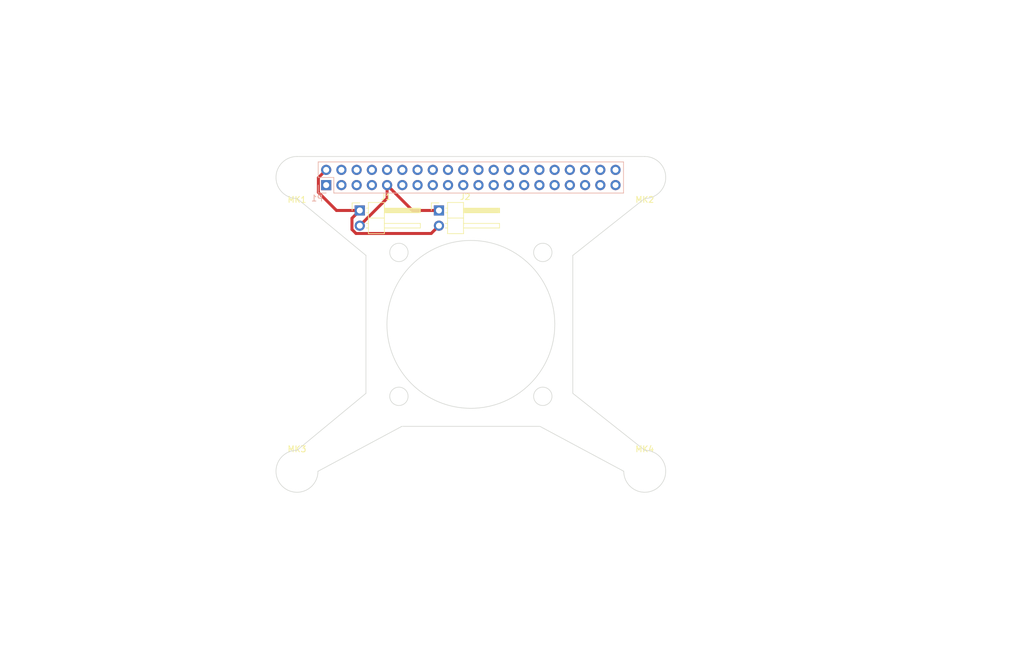
<source format=kicad_pcb>
(kicad_pcb (version 20171130) (host pcbnew "(5.1.7-7-g831c51c875)-1")

  (general
    (thickness 1.6)
    (drawings 37)
    (tracks 13)
    (zones 0)
    (modules 7)
    (nets 4)
  )

  (page A3)
  (title_block
    (date "15 nov 2012")
  )

  (layers
    (0 F.Cu signal)
    (31 B.Cu signal)
    (32 B.Adhes user)
    (33 F.Adhes user)
    (34 B.Paste user)
    (35 F.Paste user)
    (36 B.SilkS user)
    (37 F.SilkS user)
    (38 B.Mask user)
    (39 F.Mask user)
    (40 Dwgs.User user)
    (41 Cmts.User user)
    (42 Eco1.User user)
    (43 Eco2.User user)
    (44 Edge.Cuts user)
    (45 Margin user)
    (46 B.CrtYd user)
    (47 F.CrtYd user)
  )

  (setup
    (last_trace_width 0.5)
    (user_trace_width 0.4)
    (user_trace_width 0.5)
    (trace_clearance 0.2)
    (zone_clearance 0.508)
    (zone_45_only no)
    (trace_min 0.1524)
    (via_size 0.9)
    (via_drill 0.6)
    (via_min_size 0.8)
    (via_min_drill 0.5)
    (uvia_size 0.5)
    (uvia_drill 0.1)
    (uvias_allowed no)
    (uvia_min_size 0.5)
    (uvia_min_drill 0.1)
    (edge_width 0.1)
    (segment_width 0.1)
    (pcb_text_width 0.15)
    (pcb_text_size 1 1)
    (mod_edge_width 0.15)
    (mod_text_size 1 1)
    (mod_text_width 0.15)
    (pad_size 2.7 2.7)
    (pad_drill 2.7)
    (pad_to_mask_clearance 0)
    (aux_axis_origin 200 150)
    (grid_origin 200 150)
    (visible_elements 7FFFFFFF)
    (pcbplotparams
      (layerselection 0x00030_80000001)
      (usegerberextensions true)
      (usegerberattributes false)
      (usegerberadvancedattributes false)
      (creategerberjobfile false)
      (excludeedgelayer true)
      (linewidth 0.150000)
      (plotframeref false)
      (viasonmask false)
      (mode 1)
      (useauxorigin false)
      (hpglpennumber 1)
      (hpglpenspeed 20)
      (hpglpendiameter 15.000000)
      (psnegative false)
      (psa4output false)
      (plotreference true)
      (plotvalue true)
      (plotinvisibletext false)
      (padsonsilk false)
      (subtractmaskfromsilk false)
      (outputformat 1)
      (mirror false)
      (drillshape 1)
      (scaleselection 1)
      (outputdirectory ""))
  )

  (net 0 "")
  (net 1 +3V3)
  (net 2 +5V)
  (net 3 GND)

  (net_class Default "This is the default net class."
    (clearance 0.2)
    (trace_width 0.2)
    (via_dia 0.9)
    (via_drill 0.6)
    (uvia_dia 0.5)
    (uvia_drill 0.1)
    (add_net +3V3)
    (add_net +5V)
    (add_net "/GPIO10(SPI0_MOSI)")
    (add_net "/GPIO11(SPI0_SCK)")
    (add_net "/GPIO12(PWM0)")
    (add_net "/GPIO13(PWM1)")
    (add_net "/GPIO14(TXD0)")
    (add_net "/GPIO15(RXD0)")
    (add_net /GPIO16)
    (add_net "/GPIO17(GEN0)")
    (add_net "/GPIO18(GEN1)(PWM0)")
    (add_net "/GPIO19(SPI1_MISO)")
    (add_net "/GPIO2(SDA1)")
    (add_net "/GPIO20(SPI1_MOSI)")
    (add_net "/GPIO21(SPI1_SCK)")
    (add_net "/GPIO22(GEN3)")
    (add_net "/GPIO23(GEN4)")
    (add_net "/GPIO24(GEN5)")
    (add_net "/GPIO25(GEN6)")
    (add_net /GPIO26)
    (add_net "/GPIO27(GEN2)")
    (add_net "/GPIO3(SCL1)")
    (add_net "/GPIO4(GCLK)")
    (add_net /GPIO5)
    (add_net /GPIO6)
    (add_net "/GPIO7(SPI1_CE_N)")
    (add_net "/GPIO8(SPI0_CE_N)")
    (add_net "/GPIO9(SPI0_MISO)")
    (add_net /ID_SC)
    (add_net /ID_SD)
    (add_net GND)
  )

  (net_class Power ""
    (clearance 0.2)
    (trace_width 0.5)
    (via_dia 1)
    (via_drill 0.7)
    (uvia_dia 0.5)
    (uvia_drill 0.1)
  )

  (module Connector_PinHeader_2.54mm:PinHeader_1x02_P2.54mm_Horizontal (layer F.Cu) (tedit 59FED5CB) (tstamp 6021CD96)
    (at 227.178 103)
    (descr "Through hole angled pin header, 1x02, 2.54mm pitch, 6mm pin length, single row")
    (tags "Through hole angled pin header THT 1x02 2.54mm single row")
    (path /60246E75)
    (fp_text reference J2 (at 4.385 -2.27) (layer F.SilkS)
      (effects (font (size 1 1) (thickness 0.15)))
    )
    (fp_text value Conn_01x02 (at 4.385 4.81) (layer F.Fab)
      (effects (font (size 1 1) (thickness 0.15)))
    )
    (fp_text user %R (at 2.77 1.27 90) (layer F.Fab)
      (effects (font (size 1 1) (thickness 0.15)))
    )
    (fp_line (start 2.135 -1.27) (end 4.04 -1.27) (layer F.Fab) (width 0.1))
    (fp_line (start 4.04 -1.27) (end 4.04 3.81) (layer F.Fab) (width 0.1))
    (fp_line (start 4.04 3.81) (end 1.5 3.81) (layer F.Fab) (width 0.1))
    (fp_line (start 1.5 3.81) (end 1.5 -0.635) (layer F.Fab) (width 0.1))
    (fp_line (start 1.5 -0.635) (end 2.135 -1.27) (layer F.Fab) (width 0.1))
    (fp_line (start -0.32 -0.32) (end 1.5 -0.32) (layer F.Fab) (width 0.1))
    (fp_line (start -0.32 -0.32) (end -0.32 0.32) (layer F.Fab) (width 0.1))
    (fp_line (start -0.32 0.32) (end 1.5 0.32) (layer F.Fab) (width 0.1))
    (fp_line (start 4.04 -0.32) (end 10.04 -0.32) (layer F.Fab) (width 0.1))
    (fp_line (start 10.04 -0.32) (end 10.04 0.32) (layer F.Fab) (width 0.1))
    (fp_line (start 4.04 0.32) (end 10.04 0.32) (layer F.Fab) (width 0.1))
    (fp_line (start -0.32 2.22) (end 1.5 2.22) (layer F.Fab) (width 0.1))
    (fp_line (start -0.32 2.22) (end -0.32 2.86) (layer F.Fab) (width 0.1))
    (fp_line (start -0.32 2.86) (end 1.5 2.86) (layer F.Fab) (width 0.1))
    (fp_line (start 4.04 2.22) (end 10.04 2.22) (layer F.Fab) (width 0.1))
    (fp_line (start 10.04 2.22) (end 10.04 2.86) (layer F.Fab) (width 0.1))
    (fp_line (start 4.04 2.86) (end 10.04 2.86) (layer F.Fab) (width 0.1))
    (fp_line (start 1.44 -1.33) (end 1.44 3.87) (layer F.SilkS) (width 0.12))
    (fp_line (start 1.44 3.87) (end 4.1 3.87) (layer F.SilkS) (width 0.12))
    (fp_line (start 4.1 3.87) (end 4.1 -1.33) (layer F.SilkS) (width 0.12))
    (fp_line (start 4.1 -1.33) (end 1.44 -1.33) (layer F.SilkS) (width 0.12))
    (fp_line (start 4.1 -0.38) (end 10.1 -0.38) (layer F.SilkS) (width 0.12))
    (fp_line (start 10.1 -0.38) (end 10.1 0.38) (layer F.SilkS) (width 0.12))
    (fp_line (start 10.1 0.38) (end 4.1 0.38) (layer F.SilkS) (width 0.12))
    (fp_line (start 4.1 -0.32) (end 10.1 -0.32) (layer F.SilkS) (width 0.12))
    (fp_line (start 4.1 -0.2) (end 10.1 -0.2) (layer F.SilkS) (width 0.12))
    (fp_line (start 4.1 -0.08) (end 10.1 -0.08) (layer F.SilkS) (width 0.12))
    (fp_line (start 4.1 0.04) (end 10.1 0.04) (layer F.SilkS) (width 0.12))
    (fp_line (start 4.1 0.16) (end 10.1 0.16) (layer F.SilkS) (width 0.12))
    (fp_line (start 4.1 0.28) (end 10.1 0.28) (layer F.SilkS) (width 0.12))
    (fp_line (start 1.11 -0.38) (end 1.44 -0.38) (layer F.SilkS) (width 0.12))
    (fp_line (start 1.11 0.38) (end 1.44 0.38) (layer F.SilkS) (width 0.12))
    (fp_line (start 1.44 1.27) (end 4.1 1.27) (layer F.SilkS) (width 0.12))
    (fp_line (start 4.1 2.16) (end 10.1 2.16) (layer F.SilkS) (width 0.12))
    (fp_line (start 10.1 2.16) (end 10.1 2.92) (layer F.SilkS) (width 0.12))
    (fp_line (start 10.1 2.92) (end 4.1 2.92) (layer F.SilkS) (width 0.12))
    (fp_line (start 1.042929 2.16) (end 1.44 2.16) (layer F.SilkS) (width 0.12))
    (fp_line (start 1.042929 2.92) (end 1.44 2.92) (layer F.SilkS) (width 0.12))
    (fp_line (start -1.27 0) (end -1.27 -1.27) (layer F.SilkS) (width 0.12))
    (fp_line (start -1.27 -1.27) (end 0 -1.27) (layer F.SilkS) (width 0.12))
    (fp_line (start -1.8 -1.8) (end -1.8 4.35) (layer F.CrtYd) (width 0.05))
    (fp_line (start -1.8 4.35) (end 10.55 4.35) (layer F.CrtYd) (width 0.05))
    (fp_line (start 10.55 4.35) (end 10.55 -1.8) (layer F.CrtYd) (width 0.05))
    (fp_line (start 10.55 -1.8) (end -1.8 -1.8) (layer F.CrtYd) (width 0.05))
    (pad 2 thru_hole oval (at 0 2.54) (size 1.7 1.7) (drill 1) (layers *.Cu *.Mask)
      (net 2 +5V))
    (pad 1 thru_hole rect (at 0 0) (size 1.7 1.7) (drill 1) (layers *.Cu *.Mask)
      (net 3 GND))
    (model ${KISYS3DMOD}/Connector_PinHeader_2.54mm.3dshapes/PinHeader_1x02_P2.54mm_Horizontal.wrl
      (at (xyz 0 0 0))
      (scale (xyz 1 1 1))
      (rotate (xyz 0 0 0))
    )
  )

  (module Connector_PinHeader_2.54mm:PinHeader_1x02_P2.54mm_Horizontal (layer F.Cu) (tedit 59FED5CB) (tstamp 6021C2DB)
    (at 213.97 103)
    (descr "Through hole angled pin header, 1x02, 2.54mm pitch, 6mm pin length, single row")
    (tags "Through hole angled pin header THT 1x02 2.54mm single row")
    (path /6023481C)
    (fp_text reference J1 (at 4.385 -2.27) (layer F.SilkS)
      (effects (font (size 1 1) (thickness 0.15)))
    )
    (fp_text value Conn_01x02 (at 4.385 4.81) (layer F.Fab)
      (effects (font (size 1 1) (thickness 0.15)))
    )
    (fp_text user %R (at 2.77 1.27 90) (layer F.Fab)
      (effects (font (size 1 1) (thickness 0.15)))
    )
    (fp_line (start 2.135 -1.27) (end 4.04 -1.27) (layer F.Fab) (width 0.1))
    (fp_line (start 4.04 -1.27) (end 4.04 3.81) (layer F.Fab) (width 0.1))
    (fp_line (start 4.04 3.81) (end 1.5 3.81) (layer F.Fab) (width 0.1))
    (fp_line (start 1.5 3.81) (end 1.5 -0.635) (layer F.Fab) (width 0.1))
    (fp_line (start 1.5 -0.635) (end 2.135 -1.27) (layer F.Fab) (width 0.1))
    (fp_line (start -0.32 -0.32) (end 1.5 -0.32) (layer F.Fab) (width 0.1))
    (fp_line (start -0.32 -0.32) (end -0.32 0.32) (layer F.Fab) (width 0.1))
    (fp_line (start -0.32 0.32) (end 1.5 0.32) (layer F.Fab) (width 0.1))
    (fp_line (start 4.04 -0.32) (end 10.04 -0.32) (layer F.Fab) (width 0.1))
    (fp_line (start 10.04 -0.32) (end 10.04 0.32) (layer F.Fab) (width 0.1))
    (fp_line (start 4.04 0.32) (end 10.04 0.32) (layer F.Fab) (width 0.1))
    (fp_line (start -0.32 2.22) (end 1.5 2.22) (layer F.Fab) (width 0.1))
    (fp_line (start -0.32 2.22) (end -0.32 2.86) (layer F.Fab) (width 0.1))
    (fp_line (start -0.32 2.86) (end 1.5 2.86) (layer F.Fab) (width 0.1))
    (fp_line (start 4.04 2.22) (end 10.04 2.22) (layer F.Fab) (width 0.1))
    (fp_line (start 10.04 2.22) (end 10.04 2.86) (layer F.Fab) (width 0.1))
    (fp_line (start 4.04 2.86) (end 10.04 2.86) (layer F.Fab) (width 0.1))
    (fp_line (start 1.44 -1.33) (end 1.44 3.87) (layer F.SilkS) (width 0.12))
    (fp_line (start 1.44 3.87) (end 4.1 3.87) (layer F.SilkS) (width 0.12))
    (fp_line (start 4.1 3.87) (end 4.1 -1.33) (layer F.SilkS) (width 0.12))
    (fp_line (start 4.1 -1.33) (end 1.44 -1.33) (layer F.SilkS) (width 0.12))
    (fp_line (start 4.1 -0.38) (end 10.1 -0.38) (layer F.SilkS) (width 0.12))
    (fp_line (start 10.1 -0.38) (end 10.1 0.38) (layer F.SilkS) (width 0.12))
    (fp_line (start 10.1 0.38) (end 4.1 0.38) (layer F.SilkS) (width 0.12))
    (fp_line (start 4.1 -0.32) (end 10.1 -0.32) (layer F.SilkS) (width 0.12))
    (fp_line (start 4.1 -0.2) (end 10.1 -0.2) (layer F.SilkS) (width 0.12))
    (fp_line (start 4.1 -0.08) (end 10.1 -0.08) (layer F.SilkS) (width 0.12))
    (fp_line (start 4.1 0.04) (end 10.1 0.04) (layer F.SilkS) (width 0.12))
    (fp_line (start 4.1 0.16) (end 10.1 0.16) (layer F.SilkS) (width 0.12))
    (fp_line (start 4.1 0.28) (end 10.1 0.28) (layer F.SilkS) (width 0.12))
    (fp_line (start 1.11 -0.38) (end 1.44 -0.38) (layer F.SilkS) (width 0.12))
    (fp_line (start 1.11 0.38) (end 1.44 0.38) (layer F.SilkS) (width 0.12))
    (fp_line (start 1.44 1.27) (end 4.1 1.27) (layer F.SilkS) (width 0.12))
    (fp_line (start 4.1 2.16) (end 10.1 2.16) (layer F.SilkS) (width 0.12))
    (fp_line (start 10.1 2.16) (end 10.1 2.92) (layer F.SilkS) (width 0.12))
    (fp_line (start 10.1 2.92) (end 4.1 2.92) (layer F.SilkS) (width 0.12))
    (fp_line (start 1.042929 2.16) (end 1.44 2.16) (layer F.SilkS) (width 0.12))
    (fp_line (start 1.042929 2.92) (end 1.44 2.92) (layer F.SilkS) (width 0.12))
    (fp_line (start -1.27 0) (end -1.27 -1.27) (layer F.SilkS) (width 0.12))
    (fp_line (start -1.27 -1.27) (end 0 -1.27) (layer F.SilkS) (width 0.12))
    (fp_line (start -1.8 -1.8) (end -1.8 4.35) (layer F.CrtYd) (width 0.05))
    (fp_line (start -1.8 4.35) (end 10.55 4.35) (layer F.CrtYd) (width 0.05))
    (fp_line (start 10.55 4.35) (end 10.55 -1.8) (layer F.CrtYd) (width 0.05))
    (fp_line (start 10.55 -1.8) (end -1.8 -1.8) (layer F.CrtYd) (width 0.05))
    (pad 2 thru_hole oval (at 0 2.54) (size 1.7 1.7) (drill 1) (layers *.Cu *.Mask)
      (net 3 GND))
    (pad 1 thru_hole rect (at 0 0) (size 1.7 1.7) (drill 1) (layers *.Cu *.Mask)
      (net 2 +5V))
    (model ${KISYS3DMOD}/Connector_PinHeader_2.54mm.3dshapes/PinHeader_1x02_P2.54mm_Horizontal.wrl
      (at (xyz 0 0 0))
      (scale (xyz 1 1 1))
      (rotate (xyz 0 0 0))
    )
  )

  (module Connector_PinSocket_2.54mm:PinSocket_2x20_P2.54mm_Vertical (layer B.Cu) (tedit 5A19A433) (tstamp 5A793E9F)
    (at 208.37 98.77 270)
    (descr "Through hole straight socket strip, 2x20, 2.54mm pitch, double cols (from Kicad 4.0.7), script generated")
    (tags "Through hole socket strip THT 2x20 2.54mm double row")
    (path /59AD464A)
    (fp_text reference P1 (at 2.208 1.512) (layer B.SilkS)
      (effects (font (size 1 1) (thickness 0.15)) (justify mirror))
    )
    (fp_text value Conn_02x20_Odd_Even (at -1.27 -51.03 270) (layer B.Fab)
      (effects (font (size 1 1) (thickness 0.15)) (justify mirror))
    )
    (fp_line (start -4.34 -50) (end -4.34 1.8) (layer B.CrtYd) (width 0.05))
    (fp_line (start 1.76 -50) (end -4.34 -50) (layer B.CrtYd) (width 0.05))
    (fp_line (start 1.76 1.8) (end 1.76 -50) (layer B.CrtYd) (width 0.05))
    (fp_line (start -4.34 1.8) (end 1.76 1.8) (layer B.CrtYd) (width 0.05))
    (fp_line (start 0 1.33) (end 1.33 1.33) (layer B.SilkS) (width 0.12))
    (fp_line (start 1.33 1.33) (end 1.33 0) (layer B.SilkS) (width 0.12))
    (fp_line (start -1.27 1.33) (end -1.27 -1.27) (layer B.SilkS) (width 0.12))
    (fp_line (start -1.27 -1.27) (end 1.33 -1.27) (layer B.SilkS) (width 0.12))
    (fp_line (start 1.33 -1.27) (end 1.33 -49.59) (layer B.SilkS) (width 0.12))
    (fp_line (start -3.87 -49.59) (end 1.33 -49.59) (layer B.SilkS) (width 0.12))
    (fp_line (start -3.87 1.33) (end -3.87 -49.59) (layer B.SilkS) (width 0.12))
    (fp_line (start -3.87 1.33) (end -1.27 1.33) (layer B.SilkS) (width 0.12))
    (fp_line (start -3.81 -49.53) (end -3.81 1.27) (layer B.Fab) (width 0.1))
    (fp_line (start 1.27 -49.53) (end -3.81 -49.53) (layer B.Fab) (width 0.1))
    (fp_line (start 1.27 0.27) (end 1.27 -49.53) (layer B.Fab) (width 0.1))
    (fp_line (start 0.27 1.27) (end 1.27 0.27) (layer B.Fab) (width 0.1))
    (fp_line (start -3.81 1.27) (end 0.27 1.27) (layer B.Fab) (width 0.1))
    (fp_text user %R (at -1.27 -24.13 180) (layer B.Fab)
      (effects (font (size 1 1) (thickness 0.15)) (justify mirror))
    )
    (pad 1 thru_hole rect (at 0 0 270) (size 1.7 1.7) (drill 1) (layers *.Cu *.Mask)
      (net 1 +3V3))
    (pad 2 thru_hole oval (at -2.54 0 270) (size 1.7 1.7) (drill 1) (layers *.Cu *.Mask)
      (net 2 +5V))
    (pad 3 thru_hole oval (at 0 -2.54 270) (size 1.7 1.7) (drill 1) (layers *.Cu *.Mask))
    (pad 4 thru_hole oval (at -2.54 -2.54 270) (size 1.7 1.7) (drill 1) (layers *.Cu *.Mask)
      (net 2 +5V))
    (pad 5 thru_hole oval (at 0 -5.08 270) (size 1.7 1.7) (drill 1) (layers *.Cu *.Mask))
    (pad 6 thru_hole oval (at -2.54 -5.08 270) (size 1.7 1.7) (drill 1) (layers *.Cu *.Mask)
      (net 3 GND))
    (pad 7 thru_hole oval (at 0 -7.62 270) (size 1.7 1.7) (drill 1) (layers *.Cu *.Mask))
    (pad 8 thru_hole oval (at -2.54 -7.62 270) (size 1.7 1.7) (drill 1) (layers *.Cu *.Mask))
    (pad 9 thru_hole oval (at 0 -10.16 270) (size 1.7 1.7) (drill 1) (layers *.Cu *.Mask)
      (net 3 GND))
    (pad 10 thru_hole oval (at -2.54 -10.16 270) (size 1.7 1.7) (drill 1) (layers *.Cu *.Mask))
    (pad 11 thru_hole oval (at 0 -12.7 270) (size 1.7 1.7) (drill 1) (layers *.Cu *.Mask))
    (pad 12 thru_hole oval (at -2.54 -12.7 270) (size 1.7 1.7) (drill 1) (layers *.Cu *.Mask))
    (pad 13 thru_hole oval (at 0 -15.24 270) (size 1.7 1.7) (drill 1) (layers *.Cu *.Mask))
    (pad 14 thru_hole oval (at -2.54 -15.24 270) (size 1.7 1.7) (drill 1) (layers *.Cu *.Mask)
      (net 3 GND))
    (pad 15 thru_hole oval (at 0 -17.78 270) (size 1.7 1.7) (drill 1) (layers *.Cu *.Mask))
    (pad 16 thru_hole oval (at -2.54 -17.78 270) (size 1.7 1.7) (drill 1) (layers *.Cu *.Mask))
    (pad 17 thru_hole oval (at 0 -20.32 270) (size 1.7 1.7) (drill 1) (layers *.Cu *.Mask)
      (net 1 +3V3))
    (pad 18 thru_hole oval (at -2.54 -20.32 270) (size 1.7 1.7) (drill 1) (layers *.Cu *.Mask))
    (pad 19 thru_hole oval (at 0 -22.86 270) (size 1.7 1.7) (drill 1) (layers *.Cu *.Mask))
    (pad 20 thru_hole oval (at -2.54 -22.86 270) (size 1.7 1.7) (drill 1) (layers *.Cu *.Mask)
      (net 3 GND))
    (pad 21 thru_hole oval (at 0 -25.4 270) (size 1.7 1.7) (drill 1) (layers *.Cu *.Mask))
    (pad 22 thru_hole oval (at -2.54 -25.4 270) (size 1.7 1.7) (drill 1) (layers *.Cu *.Mask))
    (pad 23 thru_hole oval (at 0 -27.94 270) (size 1.7 1.7) (drill 1) (layers *.Cu *.Mask))
    (pad 24 thru_hole oval (at -2.54 -27.94 270) (size 1.7 1.7) (drill 1) (layers *.Cu *.Mask))
    (pad 25 thru_hole oval (at 0 -30.48 270) (size 1.7 1.7) (drill 1) (layers *.Cu *.Mask)
      (net 3 GND))
    (pad 26 thru_hole oval (at -2.54 -30.48 270) (size 1.7 1.7) (drill 1) (layers *.Cu *.Mask))
    (pad 27 thru_hole oval (at 0 -33.02 270) (size 1.7 1.7) (drill 1) (layers *.Cu *.Mask))
    (pad 28 thru_hole oval (at -2.54 -33.02 270) (size 1.7 1.7) (drill 1) (layers *.Cu *.Mask))
    (pad 29 thru_hole oval (at 0 -35.56 270) (size 1.7 1.7) (drill 1) (layers *.Cu *.Mask))
    (pad 30 thru_hole oval (at -2.54 -35.56 270) (size 1.7 1.7) (drill 1) (layers *.Cu *.Mask)
      (net 3 GND))
    (pad 31 thru_hole oval (at 0 -38.1 270) (size 1.7 1.7) (drill 1) (layers *.Cu *.Mask))
    (pad 32 thru_hole oval (at -2.54 -38.1 270) (size 1.7 1.7) (drill 1) (layers *.Cu *.Mask))
    (pad 33 thru_hole oval (at 0 -40.64 270) (size 1.7 1.7) (drill 1) (layers *.Cu *.Mask))
    (pad 34 thru_hole oval (at -2.54 -40.64 270) (size 1.7 1.7) (drill 1) (layers *.Cu *.Mask)
      (net 3 GND))
    (pad 35 thru_hole oval (at 0 -43.18 270) (size 1.7 1.7) (drill 1) (layers *.Cu *.Mask))
    (pad 36 thru_hole oval (at -2.54 -43.18 270) (size 1.7 1.7) (drill 1) (layers *.Cu *.Mask))
    (pad 37 thru_hole oval (at 0 -45.72 270) (size 1.7 1.7) (drill 1) (layers *.Cu *.Mask))
    (pad 38 thru_hole oval (at -2.54 -45.72 270) (size 1.7 1.7) (drill 1) (layers *.Cu *.Mask))
    (pad 39 thru_hole oval (at 0 -48.26 270) (size 1.7 1.7) (drill 1) (layers *.Cu *.Mask)
      (net 3 GND))
    (pad 40 thru_hole oval (at -2.54 -48.26 270) (size 1.7 1.7) (drill 1) (layers *.Cu *.Mask))
    (model ${KISYS3DMOD}/Connector_PinSocket_2.54mm.3dshapes/PinSocket_2x20_P2.54mm_Vertical.wrl
      (at (xyz 0 0 0))
      (scale (xyz 1 1 1))
      (rotate (xyz 0 0 0))
    )
  )

  (module MountingHole:MountingHole_2.7mm_M2.5 (layer F.Cu) (tedit 56D1B4CB) (tstamp 5A793E98)
    (at 261.5 146.5)
    (descr "Mounting Hole 2.7mm, no annular, M2.5")
    (tags "mounting hole 2.7mm no annular m2.5")
    (path /5834FC4F)
    (attr virtual)
    (fp_text reference MK4 (at 0 -3.7) (layer F.SilkS)
      (effects (font (size 1 1) (thickness 0.15)))
    )
    (fp_text value M2.5 (at 0 3.7) (layer F.Fab)
      (effects (font (size 1 1) (thickness 0.15)))
    )
    (fp_circle (center 0 0) (end 2.7 0) (layer Cmts.User) (width 0.15))
    (fp_circle (center 0 0) (end 2.95 0) (layer F.CrtYd) (width 0.05))
    (fp_text user %R (at 0.3 0) (layer F.Fab)
      (effects (font (size 1 1) (thickness 0.15)))
    )
    (pad 1 np_thru_hole circle (at 0 0) (size 2.7 2.7) (drill 2.7) (layers *.Cu *.Mask))
  )

  (module MountingHole:MountingHole_2.7mm_M2.5 (layer F.Cu) (tedit 56D1B4CB) (tstamp 5A793E91)
    (at 203.5 146.5)
    (descr "Mounting Hole 2.7mm, no annular, M2.5")
    (tags "mounting hole 2.7mm no annular m2.5")
    (path /5834FBEF)
    (attr virtual)
    (fp_text reference MK3 (at 0 -3.7) (layer F.SilkS)
      (effects (font (size 1 1) (thickness 0.15)))
    )
    (fp_text value M2.5 (at 0 3.7) (layer F.Fab)
      (effects (font (size 1 1) (thickness 0.15)))
    )
    (fp_circle (center 0 0) (end 2.95 0) (layer F.CrtYd) (width 0.05))
    (fp_circle (center 0 0) (end 2.7 0) (layer Cmts.User) (width 0.15))
    (fp_text user %R (at 0.3 0) (layer F.Fab)
      (effects (font (size 1 1) (thickness 0.15)))
    )
    (pad 1 np_thru_hole circle (at 0 0) (size 2.7 2.7) (drill 2.7) (layers *.Cu *.Mask))
  )

  (module MountingHole:MountingHole_2.7mm_M2.5 (layer F.Cu) (tedit 56D1B4CB) (tstamp 5A793E8A)
    (at 261.5 97.5 180)
    (descr "Mounting Hole 2.7mm, no annular, M2.5")
    (tags "mounting hole 2.7mm no annular m2.5")
    (path /5834FC19)
    (attr virtual)
    (fp_text reference MK2 (at 0 -3.7 180) (layer F.SilkS)
      (effects (font (size 1 1) (thickness 0.15)))
    )
    (fp_text value M2.5 (at 0 3.7 180) (layer F.Fab)
      (effects (font (size 1 1) (thickness 0.15)))
    )
    (fp_circle (center 0 0) (end 2.7 0) (layer Cmts.User) (width 0.15))
    (fp_circle (center 0 0) (end 2.95 0) (layer F.CrtYd) (width 0.05))
    (fp_text user %R (at 0.3 0 180) (layer F.Fab)
      (effects (font (size 1 1) (thickness 0.15)))
    )
    (pad 1 np_thru_hole circle (at 0 0 180) (size 2.7 2.7) (drill 2.7) (layers *.Cu *.Mask))
  )

  (module MountingHole:MountingHole_2.7mm_M2.5 (layer F.Cu) (tedit 6021BE47) (tstamp 5A793E83)
    (at 203.5 97.5 180)
    (descr "Mounting Hole 2.7mm, no annular, M2.5")
    (tags "mounting hole 2.7mm no annular m2.5")
    (path /5834FB2E)
    (attr virtual)
    (fp_text reference MK1 (at 0 -3.7 180) (layer F.SilkS)
      (effects (font (size 1 1) (thickness 0.15)))
    )
    (fp_text value M2.5 (at 0 3.7 180) (layer F.Fab)
      (effects (font (size 1 1) (thickness 0.15)))
    )
    (fp_circle (center 0 0) (end 2.95 0) (layer F.CrtYd) (width 0.05))
    (fp_circle (center 0 0) (end 2.7 0) (layer Cmts.User) (width 0.15))
    (fp_text user %R (at 0.3 0 180) (layer F.Fab)
      (effects (font (size 1 1) (thickness 0.15)))
    )
    (pad "" np_thru_hole circle (at 0 0 180) (size 2.7 2.7) (drill 2.7) (layers *.Cu *.Mask))
  )

  (gr_circle (center 244.5 134) (end 246.03 134) (layer Edge.Cuts) (width 0.1) (tstamp 6021C636))
  (gr_circle (center 220.5 134) (end 222.03 134) (layer Edge.Cuts) (width 0.1) (tstamp 6021C636))
  (gr_circle (center 220.5 110) (end 222.03 110) (layer Edge.Cuts) (width 0.1) (tstamp 6021C636))
  (gr_circle (center 244.5 110) (end 246.03 110) (layer Edge.Cuts) (width 0.1))
  (gr_line (start 203.5 143) (end 215 133.5) (layer Edge.Cuts) (width 0.1) (tstamp 6021C631))
  (gr_circle (center 232.5 122) (end 246.5 122) (layer Edge.Cuts) (width 0.1))
  (gr_line (start 249.5 110.5) (end 261.5 101) (layer Edge.Cuts) (width 0.1) (tstamp 6021C624))
  (gr_line (start 203.5 101) (end 215 110.5) (layer Edge.Cuts) (width 0.1) (tstamp 6021C5F4))
  (gr_line (start 261.5 143) (end 249.5 133.5) (layer Edge.Cuts) (width 0.1) (tstamp 6021C5E2))
  (gr_line (start 207 146.5) (end 221 139) (layer Edge.Cuts) (width 0.1) (tstamp 6021C5DC))
  (gr_line (start 244 139) (end 258 146.5) (layer Edge.Cuts) (width 0.1) (tstamp 6021C5DB))
  (gr_line (start 221 139) (end 244 139) (layer Edge.Cuts) (width 0.1) (tstamp 6021C5A0))
  (gr_line (start 215 110.5) (end 215 133.5) (layer Edge.Cuts) (width 0.1))
  (gr_line (start 249.5 133.5) (end 249.5 110.5) (layer Edge.Cuts) (width 0.1))
  (gr_line (start 154.026 122) (end 324.714 122) (layer Dwgs.User) (width 0.12))
  (gr_line (start 232.5 67.958) (end 232.5 175.4) (layer Dwgs.User) (width 0.12))
  (gr_arc (start 203.5 146.5) (end 203.5 143) (angle -270) (layer Edge.Cuts) (width 0.1))
  (gr_arc (start 261.5 146.5) (end 258 146.5) (angle -270) (layer Edge.Cuts) (width 0.1))
  (gr_arc (start 261.5 97.5) (end 261.5 101) (angle -180) (layer Edge.Cuts) (width 0.1))
  (gr_arc (start 203.5 97.5) (end 203.5 94) (angle -180) (layer Edge.Cuts) (width 0.1))
  (gr_text RJ45 (at 276.2 139.84) (layer Dwgs.User) (tstamp 580CBBEB)
    (effects (font (size 2 2) (thickness 0.15)))
  )
  (gr_text USB (at 277.724 121.552) (layer Dwgs.User) (tstamp 580CBBE9)
    (effects (font (size 2 2) (thickness 0.15)))
  )
  (gr_text USB (at 278.232 102.248) (layer Dwgs.User)
    (effects (font (size 2 2) (thickness 0.15)))
  )
  (gr_line (start 269.9 114.45) (end 287 114.45) (layer Dwgs.User) (width 0.1))
  (gr_line (start 261.5 94) (end 203.5 94) (layer Edge.Cuts) (width 0.1))
  (gr_line (start 269.9 127.55) (end 269.9 114.45) (layer Dwgs.User) (width 0.1))
  (gr_line (start 287 127.55) (end 269.9 127.55) (layer Dwgs.User) (width 0.1))
  (gr_line (start 287 114.45) (end 287 127.55) (layer Dwgs.User) (width 0.1))
  (gr_line (start 266 147.675) (end 266 131.825) (layer Dwgs.User) (width 0.1))
  (gr_line (start 287 147.675) (end 266 147.675) (layer Dwgs.User) (width 0.1))
  (gr_line (start 287 131.825) (end 287 147.675) (layer Dwgs.User) (width 0.1))
  (gr_line (start 266 131.825) (end 287 131.825) (layer Dwgs.User) (width 0.1))
  (gr_line (start 269.9 109.455925) (end 269.9 96.355925) (layer Dwgs.User) (width 0.1))
  (gr_line (start 287 109.455925) (end 269.9 109.455925) (layer Dwgs.User) (width 0.1))
  (gr_line (start 287 96.355925) (end 287 109.455925) (layer Dwgs.User) (width 0.1))
  (gr_line (start 269.9 96.355925) (end 287 96.355925) (layer Dwgs.User) (width 0.1))
  (gr_text "RASPBERRY-PI 40-PIN ADDON BOARD\nVIEW FROM TOP\nNOTE: P1 SHOULD BE FITTED ON THE REVERSE OF THE BOARD\n\nADD EDGE CUTS FROM CAMERA AND DISPLAY PORTS AS REQUIRED" (at 200 160.16) (layer Dwgs.User)
    (effects (font (size 2 1.7) (thickness 0.12)) (justify left))
  )

  (segment (start 210.089998 103) (end 213.97 103) (width 0.5) (layer F.Cu) (net 2))
  (segment (start 207.069999 99.980001) (end 210.089998 103) (width 0.5) (layer F.Cu) (net 2))
  (segment (start 207.069999 97.530001) (end 207.069999 99.980001) (width 0.5) (layer F.Cu) (net 2))
  (segment (start 208.37 96.23) (end 207.069999 97.530001) (width 0.5) (layer F.Cu) (net 2))
  (segment (start 225.877999 106.840001) (end 227.178 105.54) (width 0.5) (layer F.Cu) (net 2))
  (segment (start 213.345999 106.840001) (end 225.877999 106.840001) (width 0.5) (layer F.Cu) (net 2))
  (segment (start 212.669999 106.164001) (end 213.345999 106.840001) (width 0.5) (layer F.Cu) (net 2))
  (segment (start 212.669999 104.300001) (end 212.669999 106.164001) (width 0.5) (layer F.Cu) (net 2))
  (segment (start 213.97 103) (end 212.669999 104.300001) (width 0.5) (layer F.Cu) (net 2))
  (segment (start 218.53 100.98) (end 213.97 105.54) (width 0.5) (layer F.Cu) (net 3))
  (segment (start 218.53 98.77) (end 218.53 100.98) (width 0.5) (layer F.Cu) (net 3))
  (segment (start 222.76 103) (end 227.178 103) (width 0.5) (layer F.Cu) (net 3))
  (segment (start 218.53 98.77) (end 222.76 103) (width 0.5) (layer F.Cu) (net 3))

)

</source>
